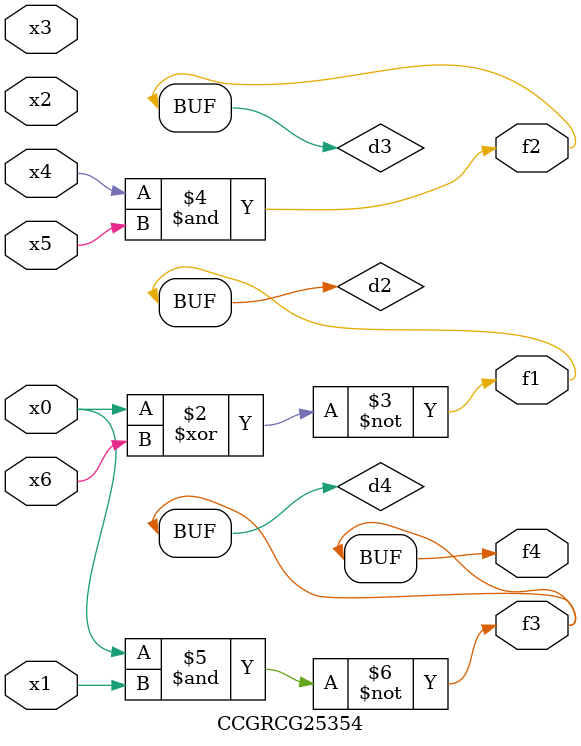
<source format=v>
module CCGRCG25354(
	input x0, x1, x2, x3, x4, x5, x6,
	output f1, f2, f3, f4
);

	wire d1, d2, d3, d4;

	nor (d1, x0);
	xnor (d2, x0, x6);
	and (d3, x4, x5);
	nand (d4, x0, x1);
	assign f1 = d2;
	assign f2 = d3;
	assign f3 = d4;
	assign f4 = d4;
endmodule

</source>
